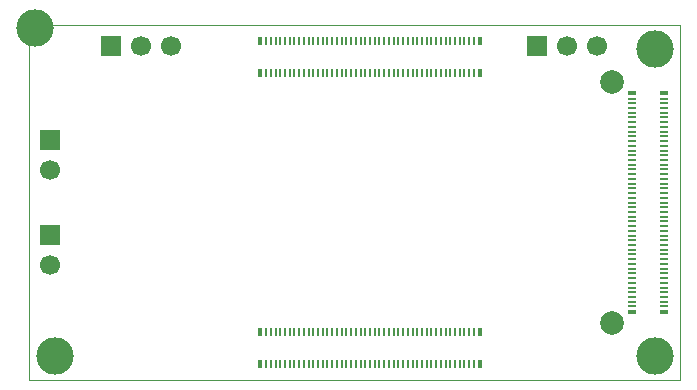
<source format=gbr>
%TF.GenerationSoftware,KiCad,Pcbnew,9.0.7*%
%TF.CreationDate,2026-02-18T13:17:12-07:00*%
%TF.ProjectId,AS_1471_Dash,41535f31-3437-4315-9f44-6173682e6b69,rev?*%
%TF.SameCoordinates,Original*%
%TF.FileFunction,Soldermask,Bot*%
%TF.FilePolarity,Negative*%
%FSLAX46Y46*%
G04 Gerber Fmt 4.6, Leading zero omitted, Abs format (unit mm)*
G04 Created by KiCad (PCBNEW 9.0.7) date 2026-02-18 13:17:12*
%MOMM*%
%LPD*%
G01*
G04 APERTURE LIST*
%ADD10R,1.700000X1.700000*%
%ADD11C,1.700000*%
%ADD12C,2.000000*%
%ADD13R,0.230000X0.660000*%
%ADD14R,0.660000X0.230000*%
%ADD15R,0.660000X0.350000*%
%ADD16R,0.350000X0.660000*%
%ADD17C,3.175000*%
%TA.AperFunction,Profile*%
%ADD18C,0.050000*%
%TD*%
G04 APERTURE END LIST*
D10*
%TO.C,J6*%
X121800000Y-86010000D03*
D11*
X121800000Y-88550000D03*
%TD*%
D12*
%TO.C,TP1*%
X169357220Y-101526800D03*
%TD*%
D10*
%TO.C,J4*%
X163075000Y-78050000D03*
D11*
X165615000Y-78050000D03*
X168155000Y-78050000D03*
%TD*%
D10*
%TO.C,J7*%
X121800000Y-94100000D03*
D11*
X121800000Y-96640000D03*
%TD*%
D10*
%TO.C,J5*%
X127000000Y-78050000D03*
D11*
X129540000Y-78050000D03*
X132080000Y-78050000D03*
%TD*%
D12*
%TO.C,TP2*%
X169375000Y-81152540D03*
%TD*%
D13*
%TO.C,J1*%
X140096400Y-105027200D03*
X140096400Y-102317200D03*
X140496400Y-105027200D03*
X140496400Y-102317200D03*
X140896400Y-105027200D03*
X140896400Y-102317200D03*
X141296400Y-105027200D03*
X141296400Y-102317200D03*
X141696400Y-105027200D03*
X141696400Y-102317200D03*
X142096400Y-105027200D03*
X142096400Y-102317200D03*
X142496400Y-105027200D03*
X142496400Y-102317200D03*
X142896400Y-105027200D03*
X142896400Y-102317200D03*
X143296400Y-105027200D03*
X143296400Y-102317200D03*
X143696400Y-105027200D03*
X143696400Y-102317200D03*
X144096400Y-105027200D03*
X144096400Y-102317200D03*
X144496400Y-105027200D03*
X144496400Y-102317200D03*
X144896400Y-105027200D03*
X144896400Y-102317200D03*
X145296400Y-105027200D03*
X145296400Y-102317200D03*
X145696400Y-105027200D03*
X145696400Y-102317200D03*
X146096400Y-105027200D03*
X146096400Y-102317200D03*
X146496400Y-105027200D03*
X146496400Y-102317200D03*
X146896400Y-105027200D03*
X146896400Y-102317200D03*
X147296400Y-105027200D03*
X147296400Y-102317200D03*
X147696400Y-105027200D03*
X147696400Y-102317200D03*
X148096400Y-105027200D03*
X148096400Y-102317200D03*
X148496400Y-105027200D03*
X148496400Y-102317200D03*
X148896400Y-105027200D03*
X148896400Y-102317200D03*
X149296400Y-105027200D03*
X149296400Y-102317200D03*
X149696400Y-105027200D03*
X149696400Y-102317200D03*
X150096400Y-105027200D03*
X150096400Y-102317200D03*
X150496400Y-105027200D03*
X150496400Y-102317200D03*
X150896400Y-105027200D03*
X150896400Y-102317200D03*
X151296400Y-105027200D03*
X151296400Y-102317200D03*
X151696400Y-105027200D03*
X151696400Y-102317200D03*
X152096400Y-105027200D03*
X152096400Y-102317200D03*
X152496400Y-105027200D03*
X152496400Y-102317200D03*
X152896400Y-105027200D03*
X152896400Y-102317200D03*
X153296400Y-105027200D03*
X153296400Y-102317200D03*
X153696400Y-105027200D03*
X153696400Y-102317200D03*
X154096400Y-105027200D03*
X154096400Y-102317200D03*
X154496400Y-105027200D03*
X154496400Y-102317200D03*
X154896400Y-105027200D03*
X154896400Y-102317200D03*
X155296400Y-105027200D03*
X155296400Y-102317200D03*
X155696400Y-105027200D03*
X155696400Y-102317200D03*
X156096400Y-105027200D03*
X156096400Y-102317200D03*
X156496400Y-105027200D03*
X156496400Y-102317200D03*
X156896400Y-105027200D03*
X156896400Y-102317200D03*
X157296400Y-105027200D03*
X157296400Y-102317200D03*
X157696400Y-105027200D03*
X157696400Y-102317200D03*
X140096400Y-80327200D03*
X140096400Y-77617200D03*
X140496400Y-80327200D03*
X140496400Y-77617200D03*
X140896400Y-80327200D03*
X140896400Y-77617200D03*
X141296400Y-80327200D03*
X141296400Y-77617200D03*
X141696400Y-80327200D03*
X141696400Y-77617200D03*
X142096400Y-80327200D03*
X142096400Y-77617200D03*
X142496400Y-80327200D03*
X142496400Y-77617200D03*
X142896400Y-80327200D03*
X142896400Y-77617200D03*
X143296400Y-80327200D03*
X143296400Y-77617200D03*
X143696400Y-80327200D03*
X143696400Y-77617200D03*
X144096400Y-80327200D03*
X144096400Y-77617200D03*
X144496400Y-80327200D03*
X144496400Y-77617200D03*
X144896400Y-80327200D03*
X144896400Y-77617200D03*
X145296400Y-80327200D03*
X145296400Y-77617200D03*
X145696400Y-80327200D03*
X145696400Y-77617200D03*
X146096400Y-80327200D03*
X146096400Y-77617200D03*
X146496400Y-80327200D03*
X146496400Y-77617200D03*
X146896400Y-80327200D03*
X146896400Y-77617200D03*
X147296400Y-80327200D03*
X147296400Y-77617200D03*
X147696400Y-80327200D03*
X147696400Y-77617200D03*
X148096400Y-80327200D03*
X148096400Y-77617200D03*
X148496400Y-80327200D03*
X148496400Y-77617200D03*
X148896400Y-80327200D03*
X148896400Y-77617200D03*
X149296400Y-80327200D03*
X149296400Y-77617200D03*
X149696400Y-80327200D03*
X149696400Y-77617200D03*
X150096400Y-80327200D03*
X150096400Y-77617200D03*
X150496400Y-80327200D03*
X150496400Y-77617200D03*
X150896400Y-80327200D03*
X150896400Y-77617200D03*
X151296400Y-80327200D03*
X151296400Y-77617200D03*
X151696400Y-80327200D03*
X151696400Y-77617200D03*
X152096400Y-80327200D03*
X152096400Y-77617200D03*
X152496400Y-80327200D03*
X152496400Y-77617200D03*
X152896400Y-80327200D03*
X152896400Y-77617200D03*
X153296400Y-80327200D03*
X153296400Y-77617200D03*
X153696400Y-80327200D03*
X153696400Y-77617200D03*
X154096400Y-80327200D03*
X154096400Y-77617200D03*
X154496400Y-80327200D03*
X154496400Y-77617200D03*
X154896400Y-80327200D03*
X154896400Y-77617200D03*
X155296400Y-80327200D03*
X155296400Y-77617200D03*
X155696400Y-80327200D03*
X155696400Y-77617200D03*
X156096400Y-80327200D03*
X156096400Y-77617200D03*
X156496400Y-80327200D03*
X156496400Y-77617200D03*
X156896400Y-80327200D03*
X156896400Y-77617200D03*
X157296400Y-80327200D03*
X157296400Y-77617200D03*
X157696400Y-80327200D03*
X157696400Y-77617200D03*
D14*
X171066400Y-82522200D03*
X173776400Y-82522200D03*
X171066400Y-82922200D03*
X173781400Y-82928220D03*
X171066400Y-83322200D03*
X173776400Y-83322200D03*
X171066400Y-83722200D03*
X173776400Y-83722200D03*
X171066400Y-84122200D03*
X173776400Y-84122200D03*
X171066400Y-84522200D03*
X173776400Y-84522200D03*
X171066400Y-84922200D03*
X173776400Y-84922200D03*
X171066400Y-85322200D03*
X173776400Y-85322200D03*
X171066400Y-85722200D03*
X173776400Y-85722200D03*
X171066400Y-86122200D03*
X173776400Y-86122200D03*
X171066400Y-86522200D03*
X173776400Y-86522200D03*
X171066400Y-86922200D03*
X173776400Y-86922200D03*
X171066400Y-87322200D03*
X173776400Y-87322200D03*
X171066400Y-87722200D03*
X173776400Y-87722200D03*
X171066400Y-88122200D03*
X173776400Y-88122200D03*
X171066400Y-88522200D03*
X173776400Y-88522200D03*
X171066400Y-88922200D03*
X173776400Y-88922200D03*
X171066400Y-89322200D03*
X173776400Y-89322200D03*
X171066400Y-89722200D03*
X173776400Y-89722200D03*
X171066400Y-90122200D03*
X173776400Y-90122200D03*
X171066400Y-90522200D03*
X173776400Y-90522200D03*
X171066400Y-90922200D03*
X173776400Y-90922200D03*
X171066400Y-91322200D03*
X173776400Y-91322200D03*
X171066400Y-91722200D03*
X173776400Y-91722200D03*
X171066400Y-92122200D03*
X173776400Y-92122200D03*
X171066400Y-92522200D03*
X173776400Y-92522200D03*
X171066400Y-92922200D03*
X173776400Y-92922200D03*
X171066400Y-93322200D03*
X173776400Y-93322200D03*
X171066400Y-93722200D03*
X173776400Y-93722200D03*
X171066400Y-94122200D03*
X173776400Y-94122200D03*
X171066400Y-94522200D03*
X173776400Y-94522200D03*
X171066400Y-94922200D03*
X173776400Y-94922200D03*
X171066400Y-95322200D03*
X173776400Y-95322200D03*
X171066400Y-95722200D03*
X173776400Y-95722200D03*
X171066400Y-96122200D03*
X173776400Y-96122200D03*
X171066400Y-96522200D03*
X173776400Y-96522200D03*
X171066400Y-96922200D03*
X173776400Y-96922200D03*
X171066400Y-97322200D03*
X173776400Y-97322200D03*
X171066400Y-97722200D03*
X173776400Y-97722200D03*
X171066400Y-98122200D03*
X173776400Y-98122200D03*
X171066400Y-98522200D03*
X173776400Y-98522200D03*
X171066400Y-98922200D03*
X173776400Y-98922200D03*
X171066400Y-99322200D03*
X173776400Y-99322200D03*
X171066400Y-99722200D03*
X173776400Y-99722200D03*
X171066400Y-100122200D03*
X173776400Y-100122200D03*
D15*
X173776400Y-100597200D03*
X173776400Y-82047200D03*
X171066400Y-100597200D03*
X171066400Y-82047200D03*
D16*
X158171400Y-105027200D03*
X158171400Y-102317200D03*
X158171400Y-80327200D03*
X158171400Y-77617200D03*
X139621400Y-105027200D03*
X139621400Y-102317200D03*
X139621400Y-80327200D03*
X139621400Y-77617200D03*
D17*
X173042800Y-104301100D03*
X173042800Y-78355000D03*
X122207240Y-104301100D03*
X120563860Y-76551600D03*
%TD*%
D18*
X175180000Y-76275000D02*
X175180000Y-106385000D01*
X120000000Y-76275000D02*
X175180000Y-76275000D01*
X120000000Y-76275000D02*
X120000000Y-106385000D01*
X120000000Y-106385000D02*
X175180000Y-106385000D01*
M02*

</source>
